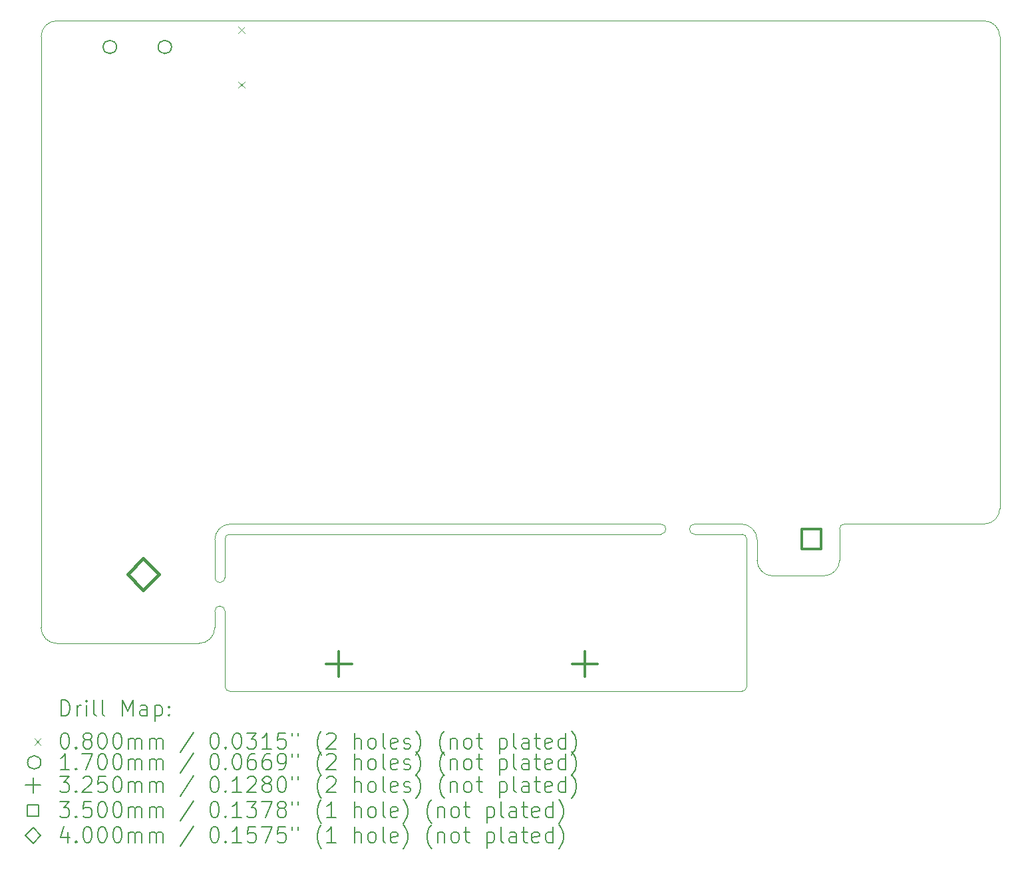
<source format=gbr>
%FSLAX45Y45*%
G04 Gerber Fmt 4.5, Leading zero omitted, Abs format (unit mm)*
G04 Created by KiCad (PCBNEW (6.0.4)) date 2022-07-25 21:27:22*
%MOMM*%
%LPD*%
G01*
G04 APERTURE LIST*
%TA.AperFunction,Profile*%
%ADD10C,0.050000*%
%TD*%
%ADD11C,0.200000*%
%ADD12C,0.080000*%
%ADD13C,0.170000*%
%ADD14C,0.325000*%
%ADD15C,0.350000*%
%ADD16C,0.400000*%
G04 APERTURE END LIST*
D10*
X4410000Y-8460000D02*
G75*
G03*
X4210000Y-8660000I0J-200000D01*
G01*
X12220000Y-8460060D02*
G75*
G03*
X12160000Y-8520062I0J-60000D01*
G01*
X11960000Y-9120000D02*
G75*
G03*
X12160000Y-8920000I0J200000D01*
G01*
X9885000Y-8590000D02*
G75*
G03*
X9885000Y-8460000I0J65000D01*
G01*
X14000000Y-2050000D02*
X2200000Y-2050000D01*
X2000000Y-2250000D02*
X2000000Y-9780000D01*
X4400000Y-8590000D02*
G75*
G03*
X4340000Y-8650000I0J-60000D01*
G01*
X10910000Y-8460000D02*
X10315000Y-8460000D01*
X4010000Y-9980000D02*
G75*
G03*
X4210000Y-9780000I0J200000D01*
G01*
X10980000Y-8650000D02*
G75*
G03*
X10920000Y-8590000I-60000J0D01*
G01*
X4340000Y-9570000D02*
X4340000Y-10530000D01*
X9885000Y-8460000D02*
X4410000Y-8460000D01*
X4400000Y-10590000D02*
X10920000Y-10590000D01*
X14000000Y-8460000D02*
G75*
G03*
X14200000Y-8260000I0J200000D01*
G01*
X4010000Y-9980000D02*
X2200000Y-9980000D01*
X10315000Y-8590000D02*
X10920000Y-8590000D01*
X11110000Y-8660000D02*
G75*
G03*
X10910000Y-8460000I-200000J0D01*
G01*
X5330000Y-8590000D02*
X4400000Y-8590000D01*
X10980000Y-10530000D02*
X10980000Y-8650000D01*
X14200000Y-8260000D02*
X14200000Y-2250000D01*
X11110000Y-8920000D02*
X11110000Y-8660000D01*
X9885000Y-8590000D02*
X5330000Y-8590000D01*
X14000000Y-8460000D02*
X12220000Y-8460062D01*
X4210000Y-9570000D02*
X4210000Y-9780000D01*
X12160000Y-8520062D02*
X12160000Y-8920000D01*
X14200000Y-2250000D02*
G75*
G03*
X14000000Y-2050000I-200000J0D01*
G01*
X11960000Y-9120000D02*
X11310000Y-9120000D01*
X2200000Y-2050000D02*
G75*
G03*
X2000000Y-2250000I0J-200000D01*
G01*
X10920000Y-10590000D02*
G75*
G03*
X10980000Y-10530000I0J60000D01*
G01*
X4340000Y-9570000D02*
G75*
G03*
X4210000Y-9570000I-65000J0D01*
G01*
X10315000Y-8460000D02*
G75*
G03*
X10315000Y-8590000I0J-65000D01*
G01*
X4210000Y-8660000D02*
X4210000Y-9140000D01*
X4340000Y-10530000D02*
G75*
G03*
X4400000Y-10590000I60000J0D01*
G01*
X2000000Y-9780000D02*
G75*
G03*
X2200000Y-9980000I200000J0D01*
G01*
X4210000Y-9140000D02*
G75*
G03*
X4340000Y-9140000I65000J0D01*
G01*
X11110000Y-8920000D02*
G75*
G03*
X11310000Y-9120000I200000J0D01*
G01*
X4340000Y-8650000D02*
X4340000Y-9140000D01*
D11*
D12*
X4510000Y-2125000D02*
X4590000Y-2205000D01*
X4590000Y-2125000D02*
X4510000Y-2205000D01*
X4510000Y-2825000D02*
X4590000Y-2905000D01*
X4590000Y-2825000D02*
X4510000Y-2905000D01*
D13*
X2960000Y-2382500D02*
G75*
G03*
X2960000Y-2382500I-85000J0D01*
G01*
X3660000Y-2382500D02*
G75*
G03*
X3660000Y-2382500I-85000J0D01*
G01*
D14*
X5790000Y-10077500D02*
X5790000Y-10402500D01*
X5627500Y-10240000D02*
X5952500Y-10240000D01*
X8920000Y-10077500D02*
X8920000Y-10402500D01*
X8757500Y-10240000D02*
X9082500Y-10240000D01*
D15*
X11923745Y-8773745D02*
X11923745Y-8526255D01*
X11676255Y-8526255D01*
X11676255Y-8773745D01*
X11923745Y-8773745D01*
D16*
X3300000Y-9300000D02*
X3500000Y-9100000D01*
X3300000Y-8900000D01*
X3100000Y-9100000D01*
X3300000Y-9300000D01*
D11*
X2255119Y-10902976D02*
X2255119Y-10702976D01*
X2302738Y-10702976D01*
X2331310Y-10712500D01*
X2350357Y-10731548D01*
X2359881Y-10750595D01*
X2369405Y-10788690D01*
X2369405Y-10817262D01*
X2359881Y-10855357D01*
X2350357Y-10874405D01*
X2331310Y-10893452D01*
X2302738Y-10902976D01*
X2255119Y-10902976D01*
X2455119Y-10902976D02*
X2455119Y-10769643D01*
X2455119Y-10807738D02*
X2464643Y-10788690D01*
X2474167Y-10779167D01*
X2493214Y-10769643D01*
X2512262Y-10769643D01*
X2578929Y-10902976D02*
X2578929Y-10769643D01*
X2578929Y-10702976D02*
X2569405Y-10712500D01*
X2578929Y-10722024D01*
X2588452Y-10712500D01*
X2578929Y-10702976D01*
X2578929Y-10722024D01*
X2702738Y-10902976D02*
X2683690Y-10893452D01*
X2674167Y-10874405D01*
X2674167Y-10702976D01*
X2807500Y-10902976D02*
X2788452Y-10893452D01*
X2778929Y-10874405D01*
X2778929Y-10702976D01*
X3036071Y-10902976D02*
X3036071Y-10702976D01*
X3102738Y-10845833D01*
X3169405Y-10702976D01*
X3169405Y-10902976D01*
X3350357Y-10902976D02*
X3350357Y-10798214D01*
X3340833Y-10779167D01*
X3321786Y-10769643D01*
X3283690Y-10769643D01*
X3264643Y-10779167D01*
X3350357Y-10893452D02*
X3331309Y-10902976D01*
X3283690Y-10902976D01*
X3264643Y-10893452D01*
X3255119Y-10874405D01*
X3255119Y-10855357D01*
X3264643Y-10836310D01*
X3283690Y-10826786D01*
X3331309Y-10826786D01*
X3350357Y-10817262D01*
X3445595Y-10769643D02*
X3445595Y-10969643D01*
X3445595Y-10779167D02*
X3464643Y-10769643D01*
X3502738Y-10769643D01*
X3521786Y-10779167D01*
X3531309Y-10788690D01*
X3540833Y-10807738D01*
X3540833Y-10864881D01*
X3531309Y-10883929D01*
X3521786Y-10893452D01*
X3502738Y-10902976D01*
X3464643Y-10902976D01*
X3445595Y-10893452D01*
X3626548Y-10883929D02*
X3636071Y-10893452D01*
X3626548Y-10902976D01*
X3617024Y-10893452D01*
X3626548Y-10883929D01*
X3626548Y-10902976D01*
X3626548Y-10779167D02*
X3636071Y-10788690D01*
X3626548Y-10798214D01*
X3617024Y-10788690D01*
X3626548Y-10779167D01*
X3626548Y-10798214D01*
D12*
X1917500Y-11192500D02*
X1997500Y-11272500D01*
X1997500Y-11192500D02*
X1917500Y-11272500D01*
D11*
X2293214Y-11122976D02*
X2312262Y-11122976D01*
X2331310Y-11132500D01*
X2340833Y-11142024D01*
X2350357Y-11161071D01*
X2359881Y-11199167D01*
X2359881Y-11246786D01*
X2350357Y-11284881D01*
X2340833Y-11303928D01*
X2331310Y-11313452D01*
X2312262Y-11322976D01*
X2293214Y-11322976D01*
X2274167Y-11313452D01*
X2264643Y-11303928D01*
X2255119Y-11284881D01*
X2245595Y-11246786D01*
X2245595Y-11199167D01*
X2255119Y-11161071D01*
X2264643Y-11142024D01*
X2274167Y-11132500D01*
X2293214Y-11122976D01*
X2445595Y-11303928D02*
X2455119Y-11313452D01*
X2445595Y-11322976D01*
X2436071Y-11313452D01*
X2445595Y-11303928D01*
X2445595Y-11322976D01*
X2569405Y-11208690D02*
X2550357Y-11199167D01*
X2540833Y-11189643D01*
X2531310Y-11170595D01*
X2531310Y-11161071D01*
X2540833Y-11142024D01*
X2550357Y-11132500D01*
X2569405Y-11122976D01*
X2607500Y-11122976D01*
X2626548Y-11132500D01*
X2636071Y-11142024D01*
X2645595Y-11161071D01*
X2645595Y-11170595D01*
X2636071Y-11189643D01*
X2626548Y-11199167D01*
X2607500Y-11208690D01*
X2569405Y-11208690D01*
X2550357Y-11218214D01*
X2540833Y-11227738D01*
X2531310Y-11246786D01*
X2531310Y-11284881D01*
X2540833Y-11303928D01*
X2550357Y-11313452D01*
X2569405Y-11322976D01*
X2607500Y-11322976D01*
X2626548Y-11313452D01*
X2636071Y-11303928D01*
X2645595Y-11284881D01*
X2645595Y-11246786D01*
X2636071Y-11227738D01*
X2626548Y-11218214D01*
X2607500Y-11208690D01*
X2769405Y-11122976D02*
X2788452Y-11122976D01*
X2807500Y-11132500D01*
X2817024Y-11142024D01*
X2826548Y-11161071D01*
X2836071Y-11199167D01*
X2836071Y-11246786D01*
X2826548Y-11284881D01*
X2817024Y-11303928D01*
X2807500Y-11313452D01*
X2788452Y-11322976D01*
X2769405Y-11322976D01*
X2750357Y-11313452D01*
X2740833Y-11303928D01*
X2731310Y-11284881D01*
X2721786Y-11246786D01*
X2721786Y-11199167D01*
X2731310Y-11161071D01*
X2740833Y-11142024D01*
X2750357Y-11132500D01*
X2769405Y-11122976D01*
X2959881Y-11122976D02*
X2978928Y-11122976D01*
X2997976Y-11132500D01*
X3007500Y-11142024D01*
X3017024Y-11161071D01*
X3026548Y-11199167D01*
X3026548Y-11246786D01*
X3017024Y-11284881D01*
X3007500Y-11303928D01*
X2997976Y-11313452D01*
X2978928Y-11322976D01*
X2959881Y-11322976D01*
X2940833Y-11313452D01*
X2931309Y-11303928D01*
X2921786Y-11284881D01*
X2912262Y-11246786D01*
X2912262Y-11199167D01*
X2921786Y-11161071D01*
X2931309Y-11142024D01*
X2940833Y-11132500D01*
X2959881Y-11122976D01*
X3112262Y-11322976D02*
X3112262Y-11189643D01*
X3112262Y-11208690D02*
X3121786Y-11199167D01*
X3140833Y-11189643D01*
X3169405Y-11189643D01*
X3188452Y-11199167D01*
X3197976Y-11218214D01*
X3197976Y-11322976D01*
X3197976Y-11218214D02*
X3207500Y-11199167D01*
X3226548Y-11189643D01*
X3255119Y-11189643D01*
X3274167Y-11199167D01*
X3283690Y-11218214D01*
X3283690Y-11322976D01*
X3378928Y-11322976D02*
X3378928Y-11189643D01*
X3378928Y-11208690D02*
X3388452Y-11199167D01*
X3407500Y-11189643D01*
X3436071Y-11189643D01*
X3455119Y-11199167D01*
X3464643Y-11218214D01*
X3464643Y-11322976D01*
X3464643Y-11218214D02*
X3474167Y-11199167D01*
X3493214Y-11189643D01*
X3521786Y-11189643D01*
X3540833Y-11199167D01*
X3550357Y-11218214D01*
X3550357Y-11322976D01*
X3940833Y-11113452D02*
X3769405Y-11370595D01*
X4197976Y-11122976D02*
X4217024Y-11122976D01*
X4236071Y-11132500D01*
X4245595Y-11142024D01*
X4255119Y-11161071D01*
X4264643Y-11199167D01*
X4264643Y-11246786D01*
X4255119Y-11284881D01*
X4245595Y-11303928D01*
X4236071Y-11313452D01*
X4217024Y-11322976D01*
X4197976Y-11322976D01*
X4178928Y-11313452D01*
X4169405Y-11303928D01*
X4159881Y-11284881D01*
X4150357Y-11246786D01*
X4150357Y-11199167D01*
X4159881Y-11161071D01*
X4169405Y-11142024D01*
X4178928Y-11132500D01*
X4197976Y-11122976D01*
X4350357Y-11303928D02*
X4359881Y-11313452D01*
X4350357Y-11322976D01*
X4340833Y-11313452D01*
X4350357Y-11303928D01*
X4350357Y-11322976D01*
X4483690Y-11122976D02*
X4502738Y-11122976D01*
X4521786Y-11132500D01*
X4531310Y-11142024D01*
X4540833Y-11161071D01*
X4550357Y-11199167D01*
X4550357Y-11246786D01*
X4540833Y-11284881D01*
X4531310Y-11303928D01*
X4521786Y-11313452D01*
X4502738Y-11322976D01*
X4483690Y-11322976D01*
X4464643Y-11313452D01*
X4455119Y-11303928D01*
X4445595Y-11284881D01*
X4436071Y-11246786D01*
X4436071Y-11199167D01*
X4445595Y-11161071D01*
X4455119Y-11142024D01*
X4464643Y-11132500D01*
X4483690Y-11122976D01*
X4617024Y-11122976D02*
X4740833Y-11122976D01*
X4674167Y-11199167D01*
X4702738Y-11199167D01*
X4721786Y-11208690D01*
X4731310Y-11218214D01*
X4740833Y-11237262D01*
X4740833Y-11284881D01*
X4731310Y-11303928D01*
X4721786Y-11313452D01*
X4702738Y-11322976D01*
X4645595Y-11322976D01*
X4626548Y-11313452D01*
X4617024Y-11303928D01*
X4931310Y-11322976D02*
X4817024Y-11322976D01*
X4874167Y-11322976D02*
X4874167Y-11122976D01*
X4855119Y-11151548D01*
X4836071Y-11170595D01*
X4817024Y-11180119D01*
X5112262Y-11122976D02*
X5017024Y-11122976D01*
X5007500Y-11218214D01*
X5017024Y-11208690D01*
X5036071Y-11199167D01*
X5083690Y-11199167D01*
X5102738Y-11208690D01*
X5112262Y-11218214D01*
X5121786Y-11237262D01*
X5121786Y-11284881D01*
X5112262Y-11303928D01*
X5102738Y-11313452D01*
X5083690Y-11322976D01*
X5036071Y-11322976D01*
X5017024Y-11313452D01*
X5007500Y-11303928D01*
X5197976Y-11122976D02*
X5197976Y-11161071D01*
X5274167Y-11122976D02*
X5274167Y-11161071D01*
X5569405Y-11399167D02*
X5559881Y-11389643D01*
X5540833Y-11361071D01*
X5531310Y-11342024D01*
X5521786Y-11313452D01*
X5512262Y-11265833D01*
X5512262Y-11227738D01*
X5521786Y-11180119D01*
X5531310Y-11151548D01*
X5540833Y-11132500D01*
X5559881Y-11103929D01*
X5569405Y-11094405D01*
X5636071Y-11142024D02*
X5645595Y-11132500D01*
X5664643Y-11122976D01*
X5712262Y-11122976D01*
X5731309Y-11132500D01*
X5740833Y-11142024D01*
X5750357Y-11161071D01*
X5750357Y-11180119D01*
X5740833Y-11208690D01*
X5626548Y-11322976D01*
X5750357Y-11322976D01*
X5988452Y-11322976D02*
X5988452Y-11122976D01*
X6074167Y-11322976D02*
X6074167Y-11218214D01*
X6064643Y-11199167D01*
X6045595Y-11189643D01*
X6017024Y-11189643D01*
X5997976Y-11199167D01*
X5988452Y-11208690D01*
X6197976Y-11322976D02*
X6178928Y-11313452D01*
X6169405Y-11303928D01*
X6159881Y-11284881D01*
X6159881Y-11227738D01*
X6169405Y-11208690D01*
X6178928Y-11199167D01*
X6197976Y-11189643D01*
X6226548Y-11189643D01*
X6245595Y-11199167D01*
X6255119Y-11208690D01*
X6264643Y-11227738D01*
X6264643Y-11284881D01*
X6255119Y-11303928D01*
X6245595Y-11313452D01*
X6226548Y-11322976D01*
X6197976Y-11322976D01*
X6378928Y-11322976D02*
X6359881Y-11313452D01*
X6350357Y-11294405D01*
X6350357Y-11122976D01*
X6531309Y-11313452D02*
X6512262Y-11322976D01*
X6474167Y-11322976D01*
X6455119Y-11313452D01*
X6445595Y-11294405D01*
X6445595Y-11218214D01*
X6455119Y-11199167D01*
X6474167Y-11189643D01*
X6512262Y-11189643D01*
X6531309Y-11199167D01*
X6540833Y-11218214D01*
X6540833Y-11237262D01*
X6445595Y-11256309D01*
X6617024Y-11313452D02*
X6636071Y-11322976D01*
X6674167Y-11322976D01*
X6693214Y-11313452D01*
X6702738Y-11294405D01*
X6702738Y-11284881D01*
X6693214Y-11265833D01*
X6674167Y-11256309D01*
X6645595Y-11256309D01*
X6626548Y-11246786D01*
X6617024Y-11227738D01*
X6617024Y-11218214D01*
X6626548Y-11199167D01*
X6645595Y-11189643D01*
X6674167Y-11189643D01*
X6693214Y-11199167D01*
X6769405Y-11399167D02*
X6778928Y-11389643D01*
X6797976Y-11361071D01*
X6807500Y-11342024D01*
X6817024Y-11313452D01*
X6826548Y-11265833D01*
X6826548Y-11227738D01*
X6817024Y-11180119D01*
X6807500Y-11151548D01*
X6797976Y-11132500D01*
X6778928Y-11103929D01*
X6769405Y-11094405D01*
X7131309Y-11399167D02*
X7121786Y-11389643D01*
X7102738Y-11361071D01*
X7093214Y-11342024D01*
X7083690Y-11313452D01*
X7074167Y-11265833D01*
X7074167Y-11227738D01*
X7083690Y-11180119D01*
X7093214Y-11151548D01*
X7102738Y-11132500D01*
X7121786Y-11103929D01*
X7131309Y-11094405D01*
X7207500Y-11189643D02*
X7207500Y-11322976D01*
X7207500Y-11208690D02*
X7217024Y-11199167D01*
X7236071Y-11189643D01*
X7264643Y-11189643D01*
X7283690Y-11199167D01*
X7293214Y-11218214D01*
X7293214Y-11322976D01*
X7417024Y-11322976D02*
X7397976Y-11313452D01*
X7388452Y-11303928D01*
X7378928Y-11284881D01*
X7378928Y-11227738D01*
X7388452Y-11208690D01*
X7397976Y-11199167D01*
X7417024Y-11189643D01*
X7445595Y-11189643D01*
X7464643Y-11199167D01*
X7474167Y-11208690D01*
X7483690Y-11227738D01*
X7483690Y-11284881D01*
X7474167Y-11303928D01*
X7464643Y-11313452D01*
X7445595Y-11322976D01*
X7417024Y-11322976D01*
X7540833Y-11189643D02*
X7617024Y-11189643D01*
X7569405Y-11122976D02*
X7569405Y-11294405D01*
X7578928Y-11313452D01*
X7597976Y-11322976D01*
X7617024Y-11322976D01*
X7836071Y-11189643D02*
X7836071Y-11389643D01*
X7836071Y-11199167D02*
X7855119Y-11189643D01*
X7893214Y-11189643D01*
X7912262Y-11199167D01*
X7921786Y-11208690D01*
X7931309Y-11227738D01*
X7931309Y-11284881D01*
X7921786Y-11303928D01*
X7912262Y-11313452D01*
X7893214Y-11322976D01*
X7855119Y-11322976D01*
X7836071Y-11313452D01*
X8045595Y-11322976D02*
X8026548Y-11313452D01*
X8017024Y-11294405D01*
X8017024Y-11122976D01*
X8207500Y-11322976D02*
X8207500Y-11218214D01*
X8197976Y-11199167D01*
X8178928Y-11189643D01*
X8140833Y-11189643D01*
X8121786Y-11199167D01*
X8207500Y-11313452D02*
X8188452Y-11322976D01*
X8140833Y-11322976D01*
X8121786Y-11313452D01*
X8112262Y-11294405D01*
X8112262Y-11275357D01*
X8121786Y-11256309D01*
X8140833Y-11246786D01*
X8188452Y-11246786D01*
X8207500Y-11237262D01*
X8274167Y-11189643D02*
X8350357Y-11189643D01*
X8302738Y-11122976D02*
X8302738Y-11294405D01*
X8312262Y-11313452D01*
X8331309Y-11322976D01*
X8350357Y-11322976D01*
X8493214Y-11313452D02*
X8474167Y-11322976D01*
X8436071Y-11322976D01*
X8417024Y-11313452D01*
X8407500Y-11294405D01*
X8407500Y-11218214D01*
X8417024Y-11199167D01*
X8436071Y-11189643D01*
X8474167Y-11189643D01*
X8493214Y-11199167D01*
X8502738Y-11218214D01*
X8502738Y-11237262D01*
X8407500Y-11256309D01*
X8674167Y-11322976D02*
X8674167Y-11122976D01*
X8674167Y-11313452D02*
X8655119Y-11322976D01*
X8617024Y-11322976D01*
X8597976Y-11313452D01*
X8588452Y-11303928D01*
X8578929Y-11284881D01*
X8578929Y-11227738D01*
X8588452Y-11208690D01*
X8597976Y-11199167D01*
X8617024Y-11189643D01*
X8655119Y-11189643D01*
X8674167Y-11199167D01*
X8750357Y-11399167D02*
X8759881Y-11389643D01*
X8778929Y-11361071D01*
X8788452Y-11342024D01*
X8797976Y-11313452D01*
X8807500Y-11265833D01*
X8807500Y-11227738D01*
X8797976Y-11180119D01*
X8788452Y-11151548D01*
X8778929Y-11132500D01*
X8759881Y-11103929D01*
X8750357Y-11094405D01*
D13*
X1997500Y-11496500D02*
G75*
G03*
X1997500Y-11496500I-85000J0D01*
G01*
D11*
X2359881Y-11586976D02*
X2245595Y-11586976D01*
X2302738Y-11586976D02*
X2302738Y-11386976D01*
X2283690Y-11415548D01*
X2264643Y-11434595D01*
X2245595Y-11444119D01*
X2445595Y-11567928D02*
X2455119Y-11577452D01*
X2445595Y-11586976D01*
X2436071Y-11577452D01*
X2445595Y-11567928D01*
X2445595Y-11586976D01*
X2521786Y-11386976D02*
X2655119Y-11386976D01*
X2569405Y-11586976D01*
X2769405Y-11386976D02*
X2788452Y-11386976D01*
X2807500Y-11396500D01*
X2817024Y-11406024D01*
X2826548Y-11425071D01*
X2836071Y-11463167D01*
X2836071Y-11510786D01*
X2826548Y-11548881D01*
X2817024Y-11567928D01*
X2807500Y-11577452D01*
X2788452Y-11586976D01*
X2769405Y-11586976D01*
X2750357Y-11577452D01*
X2740833Y-11567928D01*
X2731310Y-11548881D01*
X2721786Y-11510786D01*
X2721786Y-11463167D01*
X2731310Y-11425071D01*
X2740833Y-11406024D01*
X2750357Y-11396500D01*
X2769405Y-11386976D01*
X2959881Y-11386976D02*
X2978928Y-11386976D01*
X2997976Y-11396500D01*
X3007500Y-11406024D01*
X3017024Y-11425071D01*
X3026548Y-11463167D01*
X3026548Y-11510786D01*
X3017024Y-11548881D01*
X3007500Y-11567928D01*
X2997976Y-11577452D01*
X2978928Y-11586976D01*
X2959881Y-11586976D01*
X2940833Y-11577452D01*
X2931309Y-11567928D01*
X2921786Y-11548881D01*
X2912262Y-11510786D01*
X2912262Y-11463167D01*
X2921786Y-11425071D01*
X2931309Y-11406024D01*
X2940833Y-11396500D01*
X2959881Y-11386976D01*
X3112262Y-11586976D02*
X3112262Y-11453643D01*
X3112262Y-11472690D02*
X3121786Y-11463167D01*
X3140833Y-11453643D01*
X3169405Y-11453643D01*
X3188452Y-11463167D01*
X3197976Y-11482214D01*
X3197976Y-11586976D01*
X3197976Y-11482214D02*
X3207500Y-11463167D01*
X3226548Y-11453643D01*
X3255119Y-11453643D01*
X3274167Y-11463167D01*
X3283690Y-11482214D01*
X3283690Y-11586976D01*
X3378928Y-11586976D02*
X3378928Y-11453643D01*
X3378928Y-11472690D02*
X3388452Y-11463167D01*
X3407500Y-11453643D01*
X3436071Y-11453643D01*
X3455119Y-11463167D01*
X3464643Y-11482214D01*
X3464643Y-11586976D01*
X3464643Y-11482214D02*
X3474167Y-11463167D01*
X3493214Y-11453643D01*
X3521786Y-11453643D01*
X3540833Y-11463167D01*
X3550357Y-11482214D01*
X3550357Y-11586976D01*
X3940833Y-11377452D02*
X3769405Y-11634595D01*
X4197976Y-11386976D02*
X4217024Y-11386976D01*
X4236071Y-11396500D01*
X4245595Y-11406024D01*
X4255119Y-11425071D01*
X4264643Y-11463167D01*
X4264643Y-11510786D01*
X4255119Y-11548881D01*
X4245595Y-11567928D01*
X4236071Y-11577452D01*
X4217024Y-11586976D01*
X4197976Y-11586976D01*
X4178928Y-11577452D01*
X4169405Y-11567928D01*
X4159881Y-11548881D01*
X4150357Y-11510786D01*
X4150357Y-11463167D01*
X4159881Y-11425071D01*
X4169405Y-11406024D01*
X4178928Y-11396500D01*
X4197976Y-11386976D01*
X4350357Y-11567928D02*
X4359881Y-11577452D01*
X4350357Y-11586976D01*
X4340833Y-11577452D01*
X4350357Y-11567928D01*
X4350357Y-11586976D01*
X4483690Y-11386976D02*
X4502738Y-11386976D01*
X4521786Y-11396500D01*
X4531310Y-11406024D01*
X4540833Y-11425071D01*
X4550357Y-11463167D01*
X4550357Y-11510786D01*
X4540833Y-11548881D01*
X4531310Y-11567928D01*
X4521786Y-11577452D01*
X4502738Y-11586976D01*
X4483690Y-11586976D01*
X4464643Y-11577452D01*
X4455119Y-11567928D01*
X4445595Y-11548881D01*
X4436071Y-11510786D01*
X4436071Y-11463167D01*
X4445595Y-11425071D01*
X4455119Y-11406024D01*
X4464643Y-11396500D01*
X4483690Y-11386976D01*
X4721786Y-11386976D02*
X4683690Y-11386976D01*
X4664643Y-11396500D01*
X4655119Y-11406024D01*
X4636071Y-11434595D01*
X4626548Y-11472690D01*
X4626548Y-11548881D01*
X4636071Y-11567928D01*
X4645595Y-11577452D01*
X4664643Y-11586976D01*
X4702738Y-11586976D01*
X4721786Y-11577452D01*
X4731310Y-11567928D01*
X4740833Y-11548881D01*
X4740833Y-11501262D01*
X4731310Y-11482214D01*
X4721786Y-11472690D01*
X4702738Y-11463167D01*
X4664643Y-11463167D01*
X4645595Y-11472690D01*
X4636071Y-11482214D01*
X4626548Y-11501262D01*
X4912262Y-11386976D02*
X4874167Y-11386976D01*
X4855119Y-11396500D01*
X4845595Y-11406024D01*
X4826548Y-11434595D01*
X4817024Y-11472690D01*
X4817024Y-11548881D01*
X4826548Y-11567928D01*
X4836071Y-11577452D01*
X4855119Y-11586976D01*
X4893214Y-11586976D01*
X4912262Y-11577452D01*
X4921786Y-11567928D01*
X4931310Y-11548881D01*
X4931310Y-11501262D01*
X4921786Y-11482214D01*
X4912262Y-11472690D01*
X4893214Y-11463167D01*
X4855119Y-11463167D01*
X4836071Y-11472690D01*
X4826548Y-11482214D01*
X4817024Y-11501262D01*
X5026548Y-11586976D02*
X5064643Y-11586976D01*
X5083690Y-11577452D01*
X5093214Y-11567928D01*
X5112262Y-11539357D01*
X5121786Y-11501262D01*
X5121786Y-11425071D01*
X5112262Y-11406024D01*
X5102738Y-11396500D01*
X5083690Y-11386976D01*
X5045595Y-11386976D01*
X5026548Y-11396500D01*
X5017024Y-11406024D01*
X5007500Y-11425071D01*
X5007500Y-11472690D01*
X5017024Y-11491738D01*
X5026548Y-11501262D01*
X5045595Y-11510786D01*
X5083690Y-11510786D01*
X5102738Y-11501262D01*
X5112262Y-11491738D01*
X5121786Y-11472690D01*
X5197976Y-11386976D02*
X5197976Y-11425071D01*
X5274167Y-11386976D02*
X5274167Y-11425071D01*
X5569405Y-11663167D02*
X5559881Y-11653643D01*
X5540833Y-11625071D01*
X5531310Y-11606024D01*
X5521786Y-11577452D01*
X5512262Y-11529833D01*
X5512262Y-11491738D01*
X5521786Y-11444119D01*
X5531310Y-11415548D01*
X5540833Y-11396500D01*
X5559881Y-11367928D01*
X5569405Y-11358405D01*
X5636071Y-11406024D02*
X5645595Y-11396500D01*
X5664643Y-11386976D01*
X5712262Y-11386976D01*
X5731309Y-11396500D01*
X5740833Y-11406024D01*
X5750357Y-11425071D01*
X5750357Y-11444119D01*
X5740833Y-11472690D01*
X5626548Y-11586976D01*
X5750357Y-11586976D01*
X5988452Y-11586976D02*
X5988452Y-11386976D01*
X6074167Y-11586976D02*
X6074167Y-11482214D01*
X6064643Y-11463167D01*
X6045595Y-11453643D01*
X6017024Y-11453643D01*
X5997976Y-11463167D01*
X5988452Y-11472690D01*
X6197976Y-11586976D02*
X6178928Y-11577452D01*
X6169405Y-11567928D01*
X6159881Y-11548881D01*
X6159881Y-11491738D01*
X6169405Y-11472690D01*
X6178928Y-11463167D01*
X6197976Y-11453643D01*
X6226548Y-11453643D01*
X6245595Y-11463167D01*
X6255119Y-11472690D01*
X6264643Y-11491738D01*
X6264643Y-11548881D01*
X6255119Y-11567928D01*
X6245595Y-11577452D01*
X6226548Y-11586976D01*
X6197976Y-11586976D01*
X6378928Y-11586976D02*
X6359881Y-11577452D01*
X6350357Y-11558405D01*
X6350357Y-11386976D01*
X6531309Y-11577452D02*
X6512262Y-11586976D01*
X6474167Y-11586976D01*
X6455119Y-11577452D01*
X6445595Y-11558405D01*
X6445595Y-11482214D01*
X6455119Y-11463167D01*
X6474167Y-11453643D01*
X6512262Y-11453643D01*
X6531309Y-11463167D01*
X6540833Y-11482214D01*
X6540833Y-11501262D01*
X6445595Y-11520309D01*
X6617024Y-11577452D02*
X6636071Y-11586976D01*
X6674167Y-11586976D01*
X6693214Y-11577452D01*
X6702738Y-11558405D01*
X6702738Y-11548881D01*
X6693214Y-11529833D01*
X6674167Y-11520309D01*
X6645595Y-11520309D01*
X6626548Y-11510786D01*
X6617024Y-11491738D01*
X6617024Y-11482214D01*
X6626548Y-11463167D01*
X6645595Y-11453643D01*
X6674167Y-11453643D01*
X6693214Y-11463167D01*
X6769405Y-11663167D02*
X6778928Y-11653643D01*
X6797976Y-11625071D01*
X6807500Y-11606024D01*
X6817024Y-11577452D01*
X6826548Y-11529833D01*
X6826548Y-11491738D01*
X6817024Y-11444119D01*
X6807500Y-11415548D01*
X6797976Y-11396500D01*
X6778928Y-11367928D01*
X6769405Y-11358405D01*
X7131309Y-11663167D02*
X7121786Y-11653643D01*
X7102738Y-11625071D01*
X7093214Y-11606024D01*
X7083690Y-11577452D01*
X7074167Y-11529833D01*
X7074167Y-11491738D01*
X7083690Y-11444119D01*
X7093214Y-11415548D01*
X7102738Y-11396500D01*
X7121786Y-11367928D01*
X7131309Y-11358405D01*
X7207500Y-11453643D02*
X7207500Y-11586976D01*
X7207500Y-11472690D02*
X7217024Y-11463167D01*
X7236071Y-11453643D01*
X7264643Y-11453643D01*
X7283690Y-11463167D01*
X7293214Y-11482214D01*
X7293214Y-11586976D01*
X7417024Y-11586976D02*
X7397976Y-11577452D01*
X7388452Y-11567928D01*
X7378928Y-11548881D01*
X7378928Y-11491738D01*
X7388452Y-11472690D01*
X7397976Y-11463167D01*
X7417024Y-11453643D01*
X7445595Y-11453643D01*
X7464643Y-11463167D01*
X7474167Y-11472690D01*
X7483690Y-11491738D01*
X7483690Y-11548881D01*
X7474167Y-11567928D01*
X7464643Y-11577452D01*
X7445595Y-11586976D01*
X7417024Y-11586976D01*
X7540833Y-11453643D02*
X7617024Y-11453643D01*
X7569405Y-11386976D02*
X7569405Y-11558405D01*
X7578928Y-11577452D01*
X7597976Y-11586976D01*
X7617024Y-11586976D01*
X7836071Y-11453643D02*
X7836071Y-11653643D01*
X7836071Y-11463167D02*
X7855119Y-11453643D01*
X7893214Y-11453643D01*
X7912262Y-11463167D01*
X7921786Y-11472690D01*
X7931309Y-11491738D01*
X7931309Y-11548881D01*
X7921786Y-11567928D01*
X7912262Y-11577452D01*
X7893214Y-11586976D01*
X7855119Y-11586976D01*
X7836071Y-11577452D01*
X8045595Y-11586976D02*
X8026548Y-11577452D01*
X8017024Y-11558405D01*
X8017024Y-11386976D01*
X8207500Y-11586976D02*
X8207500Y-11482214D01*
X8197976Y-11463167D01*
X8178928Y-11453643D01*
X8140833Y-11453643D01*
X8121786Y-11463167D01*
X8207500Y-11577452D02*
X8188452Y-11586976D01*
X8140833Y-11586976D01*
X8121786Y-11577452D01*
X8112262Y-11558405D01*
X8112262Y-11539357D01*
X8121786Y-11520309D01*
X8140833Y-11510786D01*
X8188452Y-11510786D01*
X8207500Y-11501262D01*
X8274167Y-11453643D02*
X8350357Y-11453643D01*
X8302738Y-11386976D02*
X8302738Y-11558405D01*
X8312262Y-11577452D01*
X8331309Y-11586976D01*
X8350357Y-11586976D01*
X8493214Y-11577452D02*
X8474167Y-11586976D01*
X8436071Y-11586976D01*
X8417024Y-11577452D01*
X8407500Y-11558405D01*
X8407500Y-11482214D01*
X8417024Y-11463167D01*
X8436071Y-11453643D01*
X8474167Y-11453643D01*
X8493214Y-11463167D01*
X8502738Y-11482214D01*
X8502738Y-11501262D01*
X8407500Y-11520309D01*
X8674167Y-11586976D02*
X8674167Y-11386976D01*
X8674167Y-11577452D02*
X8655119Y-11586976D01*
X8617024Y-11586976D01*
X8597976Y-11577452D01*
X8588452Y-11567928D01*
X8578929Y-11548881D01*
X8578929Y-11491738D01*
X8588452Y-11472690D01*
X8597976Y-11463167D01*
X8617024Y-11453643D01*
X8655119Y-11453643D01*
X8674167Y-11463167D01*
X8750357Y-11663167D02*
X8759881Y-11653643D01*
X8778929Y-11625071D01*
X8788452Y-11606024D01*
X8797976Y-11577452D01*
X8807500Y-11529833D01*
X8807500Y-11491738D01*
X8797976Y-11444119D01*
X8788452Y-11415548D01*
X8778929Y-11396500D01*
X8759881Y-11367928D01*
X8750357Y-11358405D01*
X1897500Y-11686500D02*
X1897500Y-11886500D01*
X1797500Y-11786500D02*
X1997500Y-11786500D01*
X2236071Y-11676976D02*
X2359881Y-11676976D01*
X2293214Y-11753167D01*
X2321786Y-11753167D01*
X2340833Y-11762690D01*
X2350357Y-11772214D01*
X2359881Y-11791262D01*
X2359881Y-11838881D01*
X2350357Y-11857928D01*
X2340833Y-11867452D01*
X2321786Y-11876976D01*
X2264643Y-11876976D01*
X2245595Y-11867452D01*
X2236071Y-11857928D01*
X2445595Y-11857928D02*
X2455119Y-11867452D01*
X2445595Y-11876976D01*
X2436071Y-11867452D01*
X2445595Y-11857928D01*
X2445595Y-11876976D01*
X2531310Y-11696024D02*
X2540833Y-11686500D01*
X2559881Y-11676976D01*
X2607500Y-11676976D01*
X2626548Y-11686500D01*
X2636071Y-11696024D01*
X2645595Y-11715071D01*
X2645595Y-11734119D01*
X2636071Y-11762690D01*
X2521786Y-11876976D01*
X2645595Y-11876976D01*
X2826548Y-11676976D02*
X2731310Y-11676976D01*
X2721786Y-11772214D01*
X2731310Y-11762690D01*
X2750357Y-11753167D01*
X2797976Y-11753167D01*
X2817024Y-11762690D01*
X2826548Y-11772214D01*
X2836071Y-11791262D01*
X2836071Y-11838881D01*
X2826548Y-11857928D01*
X2817024Y-11867452D01*
X2797976Y-11876976D01*
X2750357Y-11876976D01*
X2731310Y-11867452D01*
X2721786Y-11857928D01*
X2959881Y-11676976D02*
X2978928Y-11676976D01*
X2997976Y-11686500D01*
X3007500Y-11696024D01*
X3017024Y-11715071D01*
X3026548Y-11753167D01*
X3026548Y-11800786D01*
X3017024Y-11838881D01*
X3007500Y-11857928D01*
X2997976Y-11867452D01*
X2978928Y-11876976D01*
X2959881Y-11876976D01*
X2940833Y-11867452D01*
X2931309Y-11857928D01*
X2921786Y-11838881D01*
X2912262Y-11800786D01*
X2912262Y-11753167D01*
X2921786Y-11715071D01*
X2931309Y-11696024D01*
X2940833Y-11686500D01*
X2959881Y-11676976D01*
X3112262Y-11876976D02*
X3112262Y-11743643D01*
X3112262Y-11762690D02*
X3121786Y-11753167D01*
X3140833Y-11743643D01*
X3169405Y-11743643D01*
X3188452Y-11753167D01*
X3197976Y-11772214D01*
X3197976Y-11876976D01*
X3197976Y-11772214D02*
X3207500Y-11753167D01*
X3226548Y-11743643D01*
X3255119Y-11743643D01*
X3274167Y-11753167D01*
X3283690Y-11772214D01*
X3283690Y-11876976D01*
X3378928Y-11876976D02*
X3378928Y-11743643D01*
X3378928Y-11762690D02*
X3388452Y-11753167D01*
X3407500Y-11743643D01*
X3436071Y-11743643D01*
X3455119Y-11753167D01*
X3464643Y-11772214D01*
X3464643Y-11876976D01*
X3464643Y-11772214D02*
X3474167Y-11753167D01*
X3493214Y-11743643D01*
X3521786Y-11743643D01*
X3540833Y-11753167D01*
X3550357Y-11772214D01*
X3550357Y-11876976D01*
X3940833Y-11667452D02*
X3769405Y-11924595D01*
X4197976Y-11676976D02*
X4217024Y-11676976D01*
X4236071Y-11686500D01*
X4245595Y-11696024D01*
X4255119Y-11715071D01*
X4264643Y-11753167D01*
X4264643Y-11800786D01*
X4255119Y-11838881D01*
X4245595Y-11857928D01*
X4236071Y-11867452D01*
X4217024Y-11876976D01*
X4197976Y-11876976D01*
X4178928Y-11867452D01*
X4169405Y-11857928D01*
X4159881Y-11838881D01*
X4150357Y-11800786D01*
X4150357Y-11753167D01*
X4159881Y-11715071D01*
X4169405Y-11696024D01*
X4178928Y-11686500D01*
X4197976Y-11676976D01*
X4350357Y-11857928D02*
X4359881Y-11867452D01*
X4350357Y-11876976D01*
X4340833Y-11867452D01*
X4350357Y-11857928D01*
X4350357Y-11876976D01*
X4550357Y-11876976D02*
X4436071Y-11876976D01*
X4493214Y-11876976D02*
X4493214Y-11676976D01*
X4474167Y-11705548D01*
X4455119Y-11724595D01*
X4436071Y-11734119D01*
X4626548Y-11696024D02*
X4636071Y-11686500D01*
X4655119Y-11676976D01*
X4702738Y-11676976D01*
X4721786Y-11686500D01*
X4731310Y-11696024D01*
X4740833Y-11715071D01*
X4740833Y-11734119D01*
X4731310Y-11762690D01*
X4617024Y-11876976D01*
X4740833Y-11876976D01*
X4855119Y-11762690D02*
X4836071Y-11753167D01*
X4826548Y-11743643D01*
X4817024Y-11724595D01*
X4817024Y-11715071D01*
X4826548Y-11696024D01*
X4836071Y-11686500D01*
X4855119Y-11676976D01*
X4893214Y-11676976D01*
X4912262Y-11686500D01*
X4921786Y-11696024D01*
X4931310Y-11715071D01*
X4931310Y-11724595D01*
X4921786Y-11743643D01*
X4912262Y-11753167D01*
X4893214Y-11762690D01*
X4855119Y-11762690D01*
X4836071Y-11772214D01*
X4826548Y-11781738D01*
X4817024Y-11800786D01*
X4817024Y-11838881D01*
X4826548Y-11857928D01*
X4836071Y-11867452D01*
X4855119Y-11876976D01*
X4893214Y-11876976D01*
X4912262Y-11867452D01*
X4921786Y-11857928D01*
X4931310Y-11838881D01*
X4931310Y-11800786D01*
X4921786Y-11781738D01*
X4912262Y-11772214D01*
X4893214Y-11762690D01*
X5055119Y-11676976D02*
X5074167Y-11676976D01*
X5093214Y-11686500D01*
X5102738Y-11696024D01*
X5112262Y-11715071D01*
X5121786Y-11753167D01*
X5121786Y-11800786D01*
X5112262Y-11838881D01*
X5102738Y-11857928D01*
X5093214Y-11867452D01*
X5074167Y-11876976D01*
X5055119Y-11876976D01*
X5036071Y-11867452D01*
X5026548Y-11857928D01*
X5017024Y-11838881D01*
X5007500Y-11800786D01*
X5007500Y-11753167D01*
X5017024Y-11715071D01*
X5026548Y-11696024D01*
X5036071Y-11686500D01*
X5055119Y-11676976D01*
X5197976Y-11676976D02*
X5197976Y-11715071D01*
X5274167Y-11676976D02*
X5274167Y-11715071D01*
X5569405Y-11953167D02*
X5559881Y-11943643D01*
X5540833Y-11915071D01*
X5531310Y-11896024D01*
X5521786Y-11867452D01*
X5512262Y-11819833D01*
X5512262Y-11781738D01*
X5521786Y-11734119D01*
X5531310Y-11705548D01*
X5540833Y-11686500D01*
X5559881Y-11657928D01*
X5569405Y-11648405D01*
X5636071Y-11696024D02*
X5645595Y-11686500D01*
X5664643Y-11676976D01*
X5712262Y-11676976D01*
X5731309Y-11686500D01*
X5740833Y-11696024D01*
X5750357Y-11715071D01*
X5750357Y-11734119D01*
X5740833Y-11762690D01*
X5626548Y-11876976D01*
X5750357Y-11876976D01*
X5988452Y-11876976D02*
X5988452Y-11676976D01*
X6074167Y-11876976D02*
X6074167Y-11772214D01*
X6064643Y-11753167D01*
X6045595Y-11743643D01*
X6017024Y-11743643D01*
X5997976Y-11753167D01*
X5988452Y-11762690D01*
X6197976Y-11876976D02*
X6178928Y-11867452D01*
X6169405Y-11857928D01*
X6159881Y-11838881D01*
X6159881Y-11781738D01*
X6169405Y-11762690D01*
X6178928Y-11753167D01*
X6197976Y-11743643D01*
X6226548Y-11743643D01*
X6245595Y-11753167D01*
X6255119Y-11762690D01*
X6264643Y-11781738D01*
X6264643Y-11838881D01*
X6255119Y-11857928D01*
X6245595Y-11867452D01*
X6226548Y-11876976D01*
X6197976Y-11876976D01*
X6378928Y-11876976D02*
X6359881Y-11867452D01*
X6350357Y-11848405D01*
X6350357Y-11676976D01*
X6531309Y-11867452D02*
X6512262Y-11876976D01*
X6474167Y-11876976D01*
X6455119Y-11867452D01*
X6445595Y-11848405D01*
X6445595Y-11772214D01*
X6455119Y-11753167D01*
X6474167Y-11743643D01*
X6512262Y-11743643D01*
X6531309Y-11753167D01*
X6540833Y-11772214D01*
X6540833Y-11791262D01*
X6445595Y-11810309D01*
X6617024Y-11867452D02*
X6636071Y-11876976D01*
X6674167Y-11876976D01*
X6693214Y-11867452D01*
X6702738Y-11848405D01*
X6702738Y-11838881D01*
X6693214Y-11819833D01*
X6674167Y-11810309D01*
X6645595Y-11810309D01*
X6626548Y-11800786D01*
X6617024Y-11781738D01*
X6617024Y-11772214D01*
X6626548Y-11753167D01*
X6645595Y-11743643D01*
X6674167Y-11743643D01*
X6693214Y-11753167D01*
X6769405Y-11953167D02*
X6778928Y-11943643D01*
X6797976Y-11915071D01*
X6807500Y-11896024D01*
X6817024Y-11867452D01*
X6826548Y-11819833D01*
X6826548Y-11781738D01*
X6817024Y-11734119D01*
X6807500Y-11705548D01*
X6797976Y-11686500D01*
X6778928Y-11657928D01*
X6769405Y-11648405D01*
X7131309Y-11953167D02*
X7121786Y-11943643D01*
X7102738Y-11915071D01*
X7093214Y-11896024D01*
X7083690Y-11867452D01*
X7074167Y-11819833D01*
X7074167Y-11781738D01*
X7083690Y-11734119D01*
X7093214Y-11705548D01*
X7102738Y-11686500D01*
X7121786Y-11657928D01*
X7131309Y-11648405D01*
X7207500Y-11743643D02*
X7207500Y-11876976D01*
X7207500Y-11762690D02*
X7217024Y-11753167D01*
X7236071Y-11743643D01*
X7264643Y-11743643D01*
X7283690Y-11753167D01*
X7293214Y-11772214D01*
X7293214Y-11876976D01*
X7417024Y-11876976D02*
X7397976Y-11867452D01*
X7388452Y-11857928D01*
X7378928Y-11838881D01*
X7378928Y-11781738D01*
X7388452Y-11762690D01*
X7397976Y-11753167D01*
X7417024Y-11743643D01*
X7445595Y-11743643D01*
X7464643Y-11753167D01*
X7474167Y-11762690D01*
X7483690Y-11781738D01*
X7483690Y-11838881D01*
X7474167Y-11857928D01*
X7464643Y-11867452D01*
X7445595Y-11876976D01*
X7417024Y-11876976D01*
X7540833Y-11743643D02*
X7617024Y-11743643D01*
X7569405Y-11676976D02*
X7569405Y-11848405D01*
X7578928Y-11867452D01*
X7597976Y-11876976D01*
X7617024Y-11876976D01*
X7836071Y-11743643D02*
X7836071Y-11943643D01*
X7836071Y-11753167D02*
X7855119Y-11743643D01*
X7893214Y-11743643D01*
X7912262Y-11753167D01*
X7921786Y-11762690D01*
X7931309Y-11781738D01*
X7931309Y-11838881D01*
X7921786Y-11857928D01*
X7912262Y-11867452D01*
X7893214Y-11876976D01*
X7855119Y-11876976D01*
X7836071Y-11867452D01*
X8045595Y-11876976D02*
X8026548Y-11867452D01*
X8017024Y-11848405D01*
X8017024Y-11676976D01*
X8207500Y-11876976D02*
X8207500Y-11772214D01*
X8197976Y-11753167D01*
X8178928Y-11743643D01*
X8140833Y-11743643D01*
X8121786Y-11753167D01*
X8207500Y-11867452D02*
X8188452Y-11876976D01*
X8140833Y-11876976D01*
X8121786Y-11867452D01*
X8112262Y-11848405D01*
X8112262Y-11829357D01*
X8121786Y-11810309D01*
X8140833Y-11800786D01*
X8188452Y-11800786D01*
X8207500Y-11791262D01*
X8274167Y-11743643D02*
X8350357Y-11743643D01*
X8302738Y-11676976D02*
X8302738Y-11848405D01*
X8312262Y-11867452D01*
X8331309Y-11876976D01*
X8350357Y-11876976D01*
X8493214Y-11867452D02*
X8474167Y-11876976D01*
X8436071Y-11876976D01*
X8417024Y-11867452D01*
X8407500Y-11848405D01*
X8407500Y-11772214D01*
X8417024Y-11753167D01*
X8436071Y-11743643D01*
X8474167Y-11743643D01*
X8493214Y-11753167D01*
X8502738Y-11772214D01*
X8502738Y-11791262D01*
X8407500Y-11810309D01*
X8674167Y-11876976D02*
X8674167Y-11676976D01*
X8674167Y-11867452D02*
X8655119Y-11876976D01*
X8617024Y-11876976D01*
X8597976Y-11867452D01*
X8588452Y-11857928D01*
X8578929Y-11838881D01*
X8578929Y-11781738D01*
X8588452Y-11762690D01*
X8597976Y-11753167D01*
X8617024Y-11743643D01*
X8655119Y-11743643D01*
X8674167Y-11753167D01*
X8750357Y-11953167D02*
X8759881Y-11943643D01*
X8778929Y-11915071D01*
X8788452Y-11896024D01*
X8797976Y-11867452D01*
X8807500Y-11819833D01*
X8807500Y-11781738D01*
X8797976Y-11734119D01*
X8788452Y-11705548D01*
X8778929Y-11686500D01*
X8759881Y-11657928D01*
X8750357Y-11648405D01*
X1968211Y-12177211D02*
X1968211Y-12035789D01*
X1826789Y-12035789D01*
X1826789Y-12177211D01*
X1968211Y-12177211D01*
X2236071Y-11996976D02*
X2359881Y-11996976D01*
X2293214Y-12073167D01*
X2321786Y-12073167D01*
X2340833Y-12082690D01*
X2350357Y-12092214D01*
X2359881Y-12111262D01*
X2359881Y-12158881D01*
X2350357Y-12177928D01*
X2340833Y-12187452D01*
X2321786Y-12196976D01*
X2264643Y-12196976D01*
X2245595Y-12187452D01*
X2236071Y-12177928D01*
X2445595Y-12177928D02*
X2455119Y-12187452D01*
X2445595Y-12196976D01*
X2436071Y-12187452D01*
X2445595Y-12177928D01*
X2445595Y-12196976D01*
X2636071Y-11996976D02*
X2540833Y-11996976D01*
X2531310Y-12092214D01*
X2540833Y-12082690D01*
X2559881Y-12073167D01*
X2607500Y-12073167D01*
X2626548Y-12082690D01*
X2636071Y-12092214D01*
X2645595Y-12111262D01*
X2645595Y-12158881D01*
X2636071Y-12177928D01*
X2626548Y-12187452D01*
X2607500Y-12196976D01*
X2559881Y-12196976D01*
X2540833Y-12187452D01*
X2531310Y-12177928D01*
X2769405Y-11996976D02*
X2788452Y-11996976D01*
X2807500Y-12006500D01*
X2817024Y-12016024D01*
X2826548Y-12035071D01*
X2836071Y-12073167D01*
X2836071Y-12120786D01*
X2826548Y-12158881D01*
X2817024Y-12177928D01*
X2807500Y-12187452D01*
X2788452Y-12196976D01*
X2769405Y-12196976D01*
X2750357Y-12187452D01*
X2740833Y-12177928D01*
X2731310Y-12158881D01*
X2721786Y-12120786D01*
X2721786Y-12073167D01*
X2731310Y-12035071D01*
X2740833Y-12016024D01*
X2750357Y-12006500D01*
X2769405Y-11996976D01*
X2959881Y-11996976D02*
X2978928Y-11996976D01*
X2997976Y-12006500D01*
X3007500Y-12016024D01*
X3017024Y-12035071D01*
X3026548Y-12073167D01*
X3026548Y-12120786D01*
X3017024Y-12158881D01*
X3007500Y-12177928D01*
X2997976Y-12187452D01*
X2978928Y-12196976D01*
X2959881Y-12196976D01*
X2940833Y-12187452D01*
X2931309Y-12177928D01*
X2921786Y-12158881D01*
X2912262Y-12120786D01*
X2912262Y-12073167D01*
X2921786Y-12035071D01*
X2931309Y-12016024D01*
X2940833Y-12006500D01*
X2959881Y-11996976D01*
X3112262Y-12196976D02*
X3112262Y-12063643D01*
X3112262Y-12082690D02*
X3121786Y-12073167D01*
X3140833Y-12063643D01*
X3169405Y-12063643D01*
X3188452Y-12073167D01*
X3197976Y-12092214D01*
X3197976Y-12196976D01*
X3197976Y-12092214D02*
X3207500Y-12073167D01*
X3226548Y-12063643D01*
X3255119Y-12063643D01*
X3274167Y-12073167D01*
X3283690Y-12092214D01*
X3283690Y-12196976D01*
X3378928Y-12196976D02*
X3378928Y-12063643D01*
X3378928Y-12082690D02*
X3388452Y-12073167D01*
X3407500Y-12063643D01*
X3436071Y-12063643D01*
X3455119Y-12073167D01*
X3464643Y-12092214D01*
X3464643Y-12196976D01*
X3464643Y-12092214D02*
X3474167Y-12073167D01*
X3493214Y-12063643D01*
X3521786Y-12063643D01*
X3540833Y-12073167D01*
X3550357Y-12092214D01*
X3550357Y-12196976D01*
X3940833Y-11987452D02*
X3769405Y-12244595D01*
X4197976Y-11996976D02*
X4217024Y-11996976D01*
X4236071Y-12006500D01*
X4245595Y-12016024D01*
X4255119Y-12035071D01*
X4264643Y-12073167D01*
X4264643Y-12120786D01*
X4255119Y-12158881D01*
X4245595Y-12177928D01*
X4236071Y-12187452D01*
X4217024Y-12196976D01*
X4197976Y-12196976D01*
X4178928Y-12187452D01*
X4169405Y-12177928D01*
X4159881Y-12158881D01*
X4150357Y-12120786D01*
X4150357Y-12073167D01*
X4159881Y-12035071D01*
X4169405Y-12016024D01*
X4178928Y-12006500D01*
X4197976Y-11996976D01*
X4350357Y-12177928D02*
X4359881Y-12187452D01*
X4350357Y-12196976D01*
X4340833Y-12187452D01*
X4350357Y-12177928D01*
X4350357Y-12196976D01*
X4550357Y-12196976D02*
X4436071Y-12196976D01*
X4493214Y-12196976D02*
X4493214Y-11996976D01*
X4474167Y-12025548D01*
X4455119Y-12044595D01*
X4436071Y-12054119D01*
X4617024Y-11996976D02*
X4740833Y-11996976D01*
X4674167Y-12073167D01*
X4702738Y-12073167D01*
X4721786Y-12082690D01*
X4731310Y-12092214D01*
X4740833Y-12111262D01*
X4740833Y-12158881D01*
X4731310Y-12177928D01*
X4721786Y-12187452D01*
X4702738Y-12196976D01*
X4645595Y-12196976D01*
X4626548Y-12187452D01*
X4617024Y-12177928D01*
X4807500Y-11996976D02*
X4940833Y-11996976D01*
X4855119Y-12196976D01*
X5045595Y-12082690D02*
X5026548Y-12073167D01*
X5017024Y-12063643D01*
X5007500Y-12044595D01*
X5007500Y-12035071D01*
X5017024Y-12016024D01*
X5026548Y-12006500D01*
X5045595Y-11996976D01*
X5083690Y-11996976D01*
X5102738Y-12006500D01*
X5112262Y-12016024D01*
X5121786Y-12035071D01*
X5121786Y-12044595D01*
X5112262Y-12063643D01*
X5102738Y-12073167D01*
X5083690Y-12082690D01*
X5045595Y-12082690D01*
X5026548Y-12092214D01*
X5017024Y-12101738D01*
X5007500Y-12120786D01*
X5007500Y-12158881D01*
X5017024Y-12177928D01*
X5026548Y-12187452D01*
X5045595Y-12196976D01*
X5083690Y-12196976D01*
X5102738Y-12187452D01*
X5112262Y-12177928D01*
X5121786Y-12158881D01*
X5121786Y-12120786D01*
X5112262Y-12101738D01*
X5102738Y-12092214D01*
X5083690Y-12082690D01*
X5197976Y-11996976D02*
X5197976Y-12035071D01*
X5274167Y-11996976D02*
X5274167Y-12035071D01*
X5569405Y-12273167D02*
X5559881Y-12263643D01*
X5540833Y-12235071D01*
X5531310Y-12216024D01*
X5521786Y-12187452D01*
X5512262Y-12139833D01*
X5512262Y-12101738D01*
X5521786Y-12054119D01*
X5531310Y-12025548D01*
X5540833Y-12006500D01*
X5559881Y-11977928D01*
X5569405Y-11968405D01*
X5750357Y-12196976D02*
X5636071Y-12196976D01*
X5693214Y-12196976D02*
X5693214Y-11996976D01*
X5674167Y-12025548D01*
X5655119Y-12044595D01*
X5636071Y-12054119D01*
X5988452Y-12196976D02*
X5988452Y-11996976D01*
X6074167Y-12196976D02*
X6074167Y-12092214D01*
X6064643Y-12073167D01*
X6045595Y-12063643D01*
X6017024Y-12063643D01*
X5997976Y-12073167D01*
X5988452Y-12082690D01*
X6197976Y-12196976D02*
X6178928Y-12187452D01*
X6169405Y-12177928D01*
X6159881Y-12158881D01*
X6159881Y-12101738D01*
X6169405Y-12082690D01*
X6178928Y-12073167D01*
X6197976Y-12063643D01*
X6226548Y-12063643D01*
X6245595Y-12073167D01*
X6255119Y-12082690D01*
X6264643Y-12101738D01*
X6264643Y-12158881D01*
X6255119Y-12177928D01*
X6245595Y-12187452D01*
X6226548Y-12196976D01*
X6197976Y-12196976D01*
X6378928Y-12196976D02*
X6359881Y-12187452D01*
X6350357Y-12168405D01*
X6350357Y-11996976D01*
X6531309Y-12187452D02*
X6512262Y-12196976D01*
X6474167Y-12196976D01*
X6455119Y-12187452D01*
X6445595Y-12168405D01*
X6445595Y-12092214D01*
X6455119Y-12073167D01*
X6474167Y-12063643D01*
X6512262Y-12063643D01*
X6531309Y-12073167D01*
X6540833Y-12092214D01*
X6540833Y-12111262D01*
X6445595Y-12130309D01*
X6607500Y-12273167D02*
X6617024Y-12263643D01*
X6636071Y-12235071D01*
X6645595Y-12216024D01*
X6655119Y-12187452D01*
X6664643Y-12139833D01*
X6664643Y-12101738D01*
X6655119Y-12054119D01*
X6645595Y-12025548D01*
X6636071Y-12006500D01*
X6617024Y-11977928D01*
X6607500Y-11968405D01*
X6969405Y-12273167D02*
X6959881Y-12263643D01*
X6940833Y-12235071D01*
X6931309Y-12216024D01*
X6921786Y-12187452D01*
X6912262Y-12139833D01*
X6912262Y-12101738D01*
X6921786Y-12054119D01*
X6931309Y-12025548D01*
X6940833Y-12006500D01*
X6959881Y-11977928D01*
X6969405Y-11968405D01*
X7045595Y-12063643D02*
X7045595Y-12196976D01*
X7045595Y-12082690D02*
X7055119Y-12073167D01*
X7074167Y-12063643D01*
X7102738Y-12063643D01*
X7121786Y-12073167D01*
X7131309Y-12092214D01*
X7131309Y-12196976D01*
X7255119Y-12196976D02*
X7236071Y-12187452D01*
X7226548Y-12177928D01*
X7217024Y-12158881D01*
X7217024Y-12101738D01*
X7226548Y-12082690D01*
X7236071Y-12073167D01*
X7255119Y-12063643D01*
X7283690Y-12063643D01*
X7302738Y-12073167D01*
X7312262Y-12082690D01*
X7321786Y-12101738D01*
X7321786Y-12158881D01*
X7312262Y-12177928D01*
X7302738Y-12187452D01*
X7283690Y-12196976D01*
X7255119Y-12196976D01*
X7378928Y-12063643D02*
X7455119Y-12063643D01*
X7407500Y-11996976D02*
X7407500Y-12168405D01*
X7417024Y-12187452D01*
X7436071Y-12196976D01*
X7455119Y-12196976D01*
X7674167Y-12063643D02*
X7674167Y-12263643D01*
X7674167Y-12073167D02*
X7693214Y-12063643D01*
X7731309Y-12063643D01*
X7750357Y-12073167D01*
X7759881Y-12082690D01*
X7769405Y-12101738D01*
X7769405Y-12158881D01*
X7759881Y-12177928D01*
X7750357Y-12187452D01*
X7731309Y-12196976D01*
X7693214Y-12196976D01*
X7674167Y-12187452D01*
X7883690Y-12196976D02*
X7864643Y-12187452D01*
X7855119Y-12168405D01*
X7855119Y-11996976D01*
X8045595Y-12196976D02*
X8045595Y-12092214D01*
X8036071Y-12073167D01*
X8017024Y-12063643D01*
X7978928Y-12063643D01*
X7959881Y-12073167D01*
X8045595Y-12187452D02*
X8026548Y-12196976D01*
X7978928Y-12196976D01*
X7959881Y-12187452D01*
X7950357Y-12168405D01*
X7950357Y-12149357D01*
X7959881Y-12130309D01*
X7978928Y-12120786D01*
X8026548Y-12120786D01*
X8045595Y-12111262D01*
X8112262Y-12063643D02*
X8188452Y-12063643D01*
X8140833Y-11996976D02*
X8140833Y-12168405D01*
X8150357Y-12187452D01*
X8169405Y-12196976D01*
X8188452Y-12196976D01*
X8331309Y-12187452D02*
X8312262Y-12196976D01*
X8274167Y-12196976D01*
X8255119Y-12187452D01*
X8245595Y-12168405D01*
X8245595Y-12092214D01*
X8255119Y-12073167D01*
X8274167Y-12063643D01*
X8312262Y-12063643D01*
X8331309Y-12073167D01*
X8340833Y-12092214D01*
X8340833Y-12111262D01*
X8245595Y-12130309D01*
X8512262Y-12196976D02*
X8512262Y-11996976D01*
X8512262Y-12187452D02*
X8493214Y-12196976D01*
X8455119Y-12196976D01*
X8436071Y-12187452D01*
X8426548Y-12177928D01*
X8417024Y-12158881D01*
X8417024Y-12101738D01*
X8426548Y-12082690D01*
X8436071Y-12073167D01*
X8455119Y-12063643D01*
X8493214Y-12063643D01*
X8512262Y-12073167D01*
X8588452Y-12273167D02*
X8597976Y-12263643D01*
X8617024Y-12235071D01*
X8626548Y-12216024D01*
X8636071Y-12187452D01*
X8645595Y-12139833D01*
X8645595Y-12101738D01*
X8636071Y-12054119D01*
X8626548Y-12025548D01*
X8617024Y-12006500D01*
X8597976Y-11977928D01*
X8588452Y-11968405D01*
X1897500Y-12526500D02*
X1997500Y-12426500D01*
X1897500Y-12326500D01*
X1797500Y-12426500D01*
X1897500Y-12526500D01*
X2340833Y-12383643D02*
X2340833Y-12516976D01*
X2293214Y-12307452D02*
X2245595Y-12450309D01*
X2369405Y-12450309D01*
X2445595Y-12497928D02*
X2455119Y-12507452D01*
X2445595Y-12516976D01*
X2436071Y-12507452D01*
X2445595Y-12497928D01*
X2445595Y-12516976D01*
X2578929Y-12316976D02*
X2597976Y-12316976D01*
X2617024Y-12326500D01*
X2626548Y-12336024D01*
X2636071Y-12355071D01*
X2645595Y-12393167D01*
X2645595Y-12440786D01*
X2636071Y-12478881D01*
X2626548Y-12497928D01*
X2617024Y-12507452D01*
X2597976Y-12516976D01*
X2578929Y-12516976D01*
X2559881Y-12507452D01*
X2550357Y-12497928D01*
X2540833Y-12478881D01*
X2531310Y-12440786D01*
X2531310Y-12393167D01*
X2540833Y-12355071D01*
X2550357Y-12336024D01*
X2559881Y-12326500D01*
X2578929Y-12316976D01*
X2769405Y-12316976D02*
X2788452Y-12316976D01*
X2807500Y-12326500D01*
X2817024Y-12336024D01*
X2826548Y-12355071D01*
X2836071Y-12393167D01*
X2836071Y-12440786D01*
X2826548Y-12478881D01*
X2817024Y-12497928D01*
X2807500Y-12507452D01*
X2788452Y-12516976D01*
X2769405Y-12516976D01*
X2750357Y-12507452D01*
X2740833Y-12497928D01*
X2731310Y-12478881D01*
X2721786Y-12440786D01*
X2721786Y-12393167D01*
X2731310Y-12355071D01*
X2740833Y-12336024D01*
X2750357Y-12326500D01*
X2769405Y-12316976D01*
X2959881Y-12316976D02*
X2978928Y-12316976D01*
X2997976Y-12326500D01*
X3007500Y-12336024D01*
X3017024Y-12355071D01*
X3026548Y-12393167D01*
X3026548Y-12440786D01*
X3017024Y-12478881D01*
X3007500Y-12497928D01*
X2997976Y-12507452D01*
X2978928Y-12516976D01*
X2959881Y-12516976D01*
X2940833Y-12507452D01*
X2931309Y-12497928D01*
X2921786Y-12478881D01*
X2912262Y-12440786D01*
X2912262Y-12393167D01*
X2921786Y-12355071D01*
X2931309Y-12336024D01*
X2940833Y-12326500D01*
X2959881Y-12316976D01*
X3112262Y-12516976D02*
X3112262Y-12383643D01*
X3112262Y-12402690D02*
X3121786Y-12393167D01*
X3140833Y-12383643D01*
X3169405Y-12383643D01*
X3188452Y-12393167D01*
X3197976Y-12412214D01*
X3197976Y-12516976D01*
X3197976Y-12412214D02*
X3207500Y-12393167D01*
X3226548Y-12383643D01*
X3255119Y-12383643D01*
X3274167Y-12393167D01*
X3283690Y-12412214D01*
X3283690Y-12516976D01*
X3378928Y-12516976D02*
X3378928Y-12383643D01*
X3378928Y-12402690D02*
X3388452Y-12393167D01*
X3407500Y-12383643D01*
X3436071Y-12383643D01*
X3455119Y-12393167D01*
X3464643Y-12412214D01*
X3464643Y-12516976D01*
X3464643Y-12412214D02*
X3474167Y-12393167D01*
X3493214Y-12383643D01*
X3521786Y-12383643D01*
X3540833Y-12393167D01*
X3550357Y-12412214D01*
X3550357Y-12516976D01*
X3940833Y-12307452D02*
X3769405Y-12564595D01*
X4197976Y-12316976D02*
X4217024Y-12316976D01*
X4236071Y-12326500D01*
X4245595Y-12336024D01*
X4255119Y-12355071D01*
X4264643Y-12393167D01*
X4264643Y-12440786D01*
X4255119Y-12478881D01*
X4245595Y-12497928D01*
X4236071Y-12507452D01*
X4217024Y-12516976D01*
X4197976Y-12516976D01*
X4178928Y-12507452D01*
X4169405Y-12497928D01*
X4159881Y-12478881D01*
X4150357Y-12440786D01*
X4150357Y-12393167D01*
X4159881Y-12355071D01*
X4169405Y-12336024D01*
X4178928Y-12326500D01*
X4197976Y-12316976D01*
X4350357Y-12497928D02*
X4359881Y-12507452D01*
X4350357Y-12516976D01*
X4340833Y-12507452D01*
X4350357Y-12497928D01*
X4350357Y-12516976D01*
X4550357Y-12516976D02*
X4436071Y-12516976D01*
X4493214Y-12516976D02*
X4493214Y-12316976D01*
X4474167Y-12345548D01*
X4455119Y-12364595D01*
X4436071Y-12374119D01*
X4731310Y-12316976D02*
X4636071Y-12316976D01*
X4626548Y-12412214D01*
X4636071Y-12402690D01*
X4655119Y-12393167D01*
X4702738Y-12393167D01*
X4721786Y-12402690D01*
X4731310Y-12412214D01*
X4740833Y-12431262D01*
X4740833Y-12478881D01*
X4731310Y-12497928D01*
X4721786Y-12507452D01*
X4702738Y-12516976D01*
X4655119Y-12516976D01*
X4636071Y-12507452D01*
X4626548Y-12497928D01*
X4807500Y-12316976D02*
X4940833Y-12316976D01*
X4855119Y-12516976D01*
X5112262Y-12316976D02*
X5017024Y-12316976D01*
X5007500Y-12412214D01*
X5017024Y-12402690D01*
X5036071Y-12393167D01*
X5083690Y-12393167D01*
X5102738Y-12402690D01*
X5112262Y-12412214D01*
X5121786Y-12431262D01*
X5121786Y-12478881D01*
X5112262Y-12497928D01*
X5102738Y-12507452D01*
X5083690Y-12516976D01*
X5036071Y-12516976D01*
X5017024Y-12507452D01*
X5007500Y-12497928D01*
X5197976Y-12316976D02*
X5197976Y-12355071D01*
X5274167Y-12316976D02*
X5274167Y-12355071D01*
X5569405Y-12593167D02*
X5559881Y-12583643D01*
X5540833Y-12555071D01*
X5531310Y-12536024D01*
X5521786Y-12507452D01*
X5512262Y-12459833D01*
X5512262Y-12421738D01*
X5521786Y-12374119D01*
X5531310Y-12345548D01*
X5540833Y-12326500D01*
X5559881Y-12297928D01*
X5569405Y-12288405D01*
X5750357Y-12516976D02*
X5636071Y-12516976D01*
X5693214Y-12516976D02*
X5693214Y-12316976D01*
X5674167Y-12345548D01*
X5655119Y-12364595D01*
X5636071Y-12374119D01*
X5988452Y-12516976D02*
X5988452Y-12316976D01*
X6074167Y-12516976D02*
X6074167Y-12412214D01*
X6064643Y-12393167D01*
X6045595Y-12383643D01*
X6017024Y-12383643D01*
X5997976Y-12393167D01*
X5988452Y-12402690D01*
X6197976Y-12516976D02*
X6178928Y-12507452D01*
X6169405Y-12497928D01*
X6159881Y-12478881D01*
X6159881Y-12421738D01*
X6169405Y-12402690D01*
X6178928Y-12393167D01*
X6197976Y-12383643D01*
X6226548Y-12383643D01*
X6245595Y-12393167D01*
X6255119Y-12402690D01*
X6264643Y-12421738D01*
X6264643Y-12478881D01*
X6255119Y-12497928D01*
X6245595Y-12507452D01*
X6226548Y-12516976D01*
X6197976Y-12516976D01*
X6378928Y-12516976D02*
X6359881Y-12507452D01*
X6350357Y-12488405D01*
X6350357Y-12316976D01*
X6531309Y-12507452D02*
X6512262Y-12516976D01*
X6474167Y-12516976D01*
X6455119Y-12507452D01*
X6445595Y-12488405D01*
X6445595Y-12412214D01*
X6455119Y-12393167D01*
X6474167Y-12383643D01*
X6512262Y-12383643D01*
X6531309Y-12393167D01*
X6540833Y-12412214D01*
X6540833Y-12431262D01*
X6445595Y-12450309D01*
X6607500Y-12593167D02*
X6617024Y-12583643D01*
X6636071Y-12555071D01*
X6645595Y-12536024D01*
X6655119Y-12507452D01*
X6664643Y-12459833D01*
X6664643Y-12421738D01*
X6655119Y-12374119D01*
X6645595Y-12345548D01*
X6636071Y-12326500D01*
X6617024Y-12297928D01*
X6607500Y-12288405D01*
X6969405Y-12593167D02*
X6959881Y-12583643D01*
X6940833Y-12555071D01*
X6931309Y-12536024D01*
X6921786Y-12507452D01*
X6912262Y-12459833D01*
X6912262Y-12421738D01*
X6921786Y-12374119D01*
X6931309Y-12345548D01*
X6940833Y-12326500D01*
X6959881Y-12297928D01*
X6969405Y-12288405D01*
X7045595Y-12383643D02*
X7045595Y-12516976D01*
X7045595Y-12402690D02*
X7055119Y-12393167D01*
X7074167Y-12383643D01*
X7102738Y-12383643D01*
X7121786Y-12393167D01*
X7131309Y-12412214D01*
X7131309Y-12516976D01*
X7255119Y-12516976D02*
X7236071Y-12507452D01*
X7226548Y-12497928D01*
X7217024Y-12478881D01*
X7217024Y-12421738D01*
X7226548Y-12402690D01*
X7236071Y-12393167D01*
X7255119Y-12383643D01*
X7283690Y-12383643D01*
X7302738Y-12393167D01*
X7312262Y-12402690D01*
X7321786Y-12421738D01*
X7321786Y-12478881D01*
X7312262Y-12497928D01*
X7302738Y-12507452D01*
X7283690Y-12516976D01*
X7255119Y-12516976D01*
X7378928Y-12383643D02*
X7455119Y-12383643D01*
X7407500Y-12316976D02*
X7407500Y-12488405D01*
X7417024Y-12507452D01*
X7436071Y-12516976D01*
X7455119Y-12516976D01*
X7674167Y-12383643D02*
X7674167Y-12583643D01*
X7674167Y-12393167D02*
X7693214Y-12383643D01*
X7731309Y-12383643D01*
X7750357Y-12393167D01*
X7759881Y-12402690D01*
X7769405Y-12421738D01*
X7769405Y-12478881D01*
X7759881Y-12497928D01*
X7750357Y-12507452D01*
X7731309Y-12516976D01*
X7693214Y-12516976D01*
X7674167Y-12507452D01*
X7883690Y-12516976D02*
X7864643Y-12507452D01*
X7855119Y-12488405D01*
X7855119Y-12316976D01*
X8045595Y-12516976D02*
X8045595Y-12412214D01*
X8036071Y-12393167D01*
X8017024Y-12383643D01*
X7978928Y-12383643D01*
X7959881Y-12393167D01*
X8045595Y-12507452D02*
X8026548Y-12516976D01*
X7978928Y-12516976D01*
X7959881Y-12507452D01*
X7950357Y-12488405D01*
X7950357Y-12469357D01*
X7959881Y-12450309D01*
X7978928Y-12440786D01*
X8026548Y-12440786D01*
X8045595Y-12431262D01*
X8112262Y-12383643D02*
X8188452Y-12383643D01*
X8140833Y-12316976D02*
X8140833Y-12488405D01*
X8150357Y-12507452D01*
X8169405Y-12516976D01*
X8188452Y-12516976D01*
X8331309Y-12507452D02*
X8312262Y-12516976D01*
X8274167Y-12516976D01*
X8255119Y-12507452D01*
X8245595Y-12488405D01*
X8245595Y-12412214D01*
X8255119Y-12393167D01*
X8274167Y-12383643D01*
X8312262Y-12383643D01*
X8331309Y-12393167D01*
X8340833Y-12412214D01*
X8340833Y-12431262D01*
X8245595Y-12450309D01*
X8512262Y-12516976D02*
X8512262Y-12316976D01*
X8512262Y-12507452D02*
X8493214Y-12516976D01*
X8455119Y-12516976D01*
X8436071Y-12507452D01*
X8426548Y-12497928D01*
X8417024Y-12478881D01*
X8417024Y-12421738D01*
X8426548Y-12402690D01*
X8436071Y-12393167D01*
X8455119Y-12383643D01*
X8493214Y-12383643D01*
X8512262Y-12393167D01*
X8588452Y-12593167D02*
X8597976Y-12583643D01*
X8617024Y-12555071D01*
X8626548Y-12536024D01*
X8636071Y-12507452D01*
X8645595Y-12459833D01*
X8645595Y-12421738D01*
X8636071Y-12374119D01*
X8626548Y-12345548D01*
X8617024Y-12326500D01*
X8597976Y-12297928D01*
X8588452Y-12288405D01*
M02*

</source>
